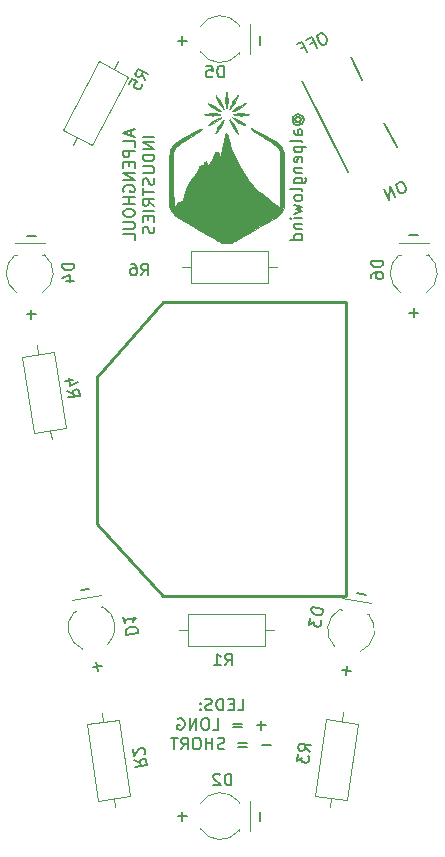
<source format=gbr>
%TF.GenerationSoftware,KiCad,Pcbnew,(5.1.8)-1*%
%TF.CreationDate,2021-10-08T14:09:10-07:00*%
%TF.ProjectId,Halloween,48616c6c-6f77-4656-956e-2e6b69636164,rev?*%
%TF.SameCoordinates,Original*%
%TF.FileFunction,Legend,Bot*%
%TF.FilePolarity,Positive*%
%FSLAX46Y46*%
G04 Gerber Fmt 4.6, Leading zero omitted, Abs format (unit mm)*
G04 Created by KiCad (PCBNEW (5.1.8)-1) date 2021-10-08 14:09:10*
%MOMM*%
%LPD*%
G01*
G04 APERTURE LIST*
%ADD10C,0.150000*%
%ADD11C,0.120000*%
%ADD12C,0.010000*%
%ADD13C,0.254000*%
G04 APERTURE END LIST*
D10*
X173331190Y-56293333D02*
X173283571Y-56245714D01*
X173235952Y-56150476D01*
X173235952Y-56055238D01*
X173283571Y-55960000D01*
X173331190Y-55912380D01*
X173426428Y-55864761D01*
X173521666Y-55864761D01*
X173616904Y-55912380D01*
X173664523Y-55960000D01*
X173712142Y-56055238D01*
X173712142Y-56150476D01*
X173664523Y-56245714D01*
X173616904Y-56293333D01*
X173235952Y-56293333D02*
X173616904Y-56293333D01*
X173664523Y-56340952D01*
X173664523Y-56388571D01*
X173616904Y-56483809D01*
X173521666Y-56531428D01*
X173283571Y-56531428D01*
X173140714Y-56436190D01*
X173045476Y-56293333D01*
X172997857Y-56102857D01*
X173045476Y-55912380D01*
X173140714Y-55769523D01*
X173283571Y-55674285D01*
X173474047Y-55626666D01*
X173664523Y-55674285D01*
X173807380Y-55769523D01*
X173902619Y-55912380D01*
X173950238Y-56102857D01*
X173902619Y-56293333D01*
X173807380Y-56436190D01*
X173807380Y-57388571D02*
X173283571Y-57388571D01*
X173188333Y-57340952D01*
X173140714Y-57245714D01*
X173140714Y-57055238D01*
X173188333Y-56960000D01*
X173759761Y-57388571D02*
X173807380Y-57293333D01*
X173807380Y-57055238D01*
X173759761Y-56960000D01*
X173664523Y-56912380D01*
X173569285Y-56912380D01*
X173474047Y-56960000D01*
X173426428Y-57055238D01*
X173426428Y-57293333D01*
X173378809Y-57388571D01*
X173807380Y-58007619D02*
X173759761Y-57912380D01*
X173664523Y-57864761D01*
X172807380Y-57864761D01*
X173140714Y-58388571D02*
X174140714Y-58388571D01*
X173188333Y-58388571D02*
X173140714Y-58483809D01*
X173140714Y-58674285D01*
X173188333Y-58769523D01*
X173235952Y-58817142D01*
X173331190Y-58864761D01*
X173616904Y-58864761D01*
X173712142Y-58817142D01*
X173759761Y-58769523D01*
X173807380Y-58674285D01*
X173807380Y-58483809D01*
X173759761Y-58388571D01*
X173759761Y-59674285D02*
X173807380Y-59579047D01*
X173807380Y-59388571D01*
X173759761Y-59293333D01*
X173664523Y-59245714D01*
X173283571Y-59245714D01*
X173188333Y-59293333D01*
X173140714Y-59388571D01*
X173140714Y-59579047D01*
X173188333Y-59674285D01*
X173283571Y-59721904D01*
X173378809Y-59721904D01*
X173474047Y-59245714D01*
X173140714Y-60150476D02*
X173807380Y-60150476D01*
X173235952Y-60150476D02*
X173188333Y-60198095D01*
X173140714Y-60293333D01*
X173140714Y-60436190D01*
X173188333Y-60531428D01*
X173283571Y-60579047D01*
X173807380Y-60579047D01*
X173140714Y-61483809D02*
X173950238Y-61483809D01*
X174045476Y-61436190D01*
X174093095Y-61388571D01*
X174140714Y-61293333D01*
X174140714Y-61150476D01*
X174093095Y-61055238D01*
X173759761Y-61483809D02*
X173807380Y-61388571D01*
X173807380Y-61198095D01*
X173759761Y-61102857D01*
X173712142Y-61055238D01*
X173616904Y-61007619D01*
X173331190Y-61007619D01*
X173235952Y-61055238D01*
X173188333Y-61102857D01*
X173140714Y-61198095D01*
X173140714Y-61388571D01*
X173188333Y-61483809D01*
X173807380Y-62102857D02*
X173759761Y-62007619D01*
X173664523Y-61960000D01*
X172807380Y-61960000D01*
X173807380Y-62626666D02*
X173759761Y-62531428D01*
X173712142Y-62483809D01*
X173616904Y-62436190D01*
X173331190Y-62436190D01*
X173235952Y-62483809D01*
X173188333Y-62531428D01*
X173140714Y-62626666D01*
X173140714Y-62769523D01*
X173188333Y-62864761D01*
X173235952Y-62912380D01*
X173331190Y-62960000D01*
X173616904Y-62960000D01*
X173712142Y-62912380D01*
X173759761Y-62864761D01*
X173807380Y-62769523D01*
X173807380Y-62626666D01*
X173140714Y-63293333D02*
X173807380Y-63483809D01*
X173331190Y-63674285D01*
X173807380Y-63864761D01*
X173140714Y-64055238D01*
X173807380Y-64436190D02*
X173140714Y-64436190D01*
X172807380Y-64436190D02*
X172855000Y-64388571D01*
X172902619Y-64436190D01*
X172855000Y-64483809D01*
X172807380Y-64436190D01*
X172902619Y-64436190D01*
X173140714Y-64912380D02*
X173807380Y-64912380D01*
X173235952Y-64912380D02*
X173188333Y-64960000D01*
X173140714Y-65055238D01*
X173140714Y-65198095D01*
X173188333Y-65293333D01*
X173283571Y-65340952D01*
X173807380Y-65340952D01*
X173807380Y-66245714D02*
X172807380Y-66245714D01*
X173759761Y-66245714D02*
X173807380Y-66150476D01*
X173807380Y-65960000D01*
X173759761Y-65864761D01*
X173712142Y-65817142D01*
X173616904Y-65769523D01*
X173331190Y-65769523D01*
X173235952Y-65817142D01*
X173188333Y-65864761D01*
X173140714Y-65960000D01*
X173140714Y-66150476D01*
X173188333Y-66245714D01*
X168362142Y-106117380D02*
X168838333Y-106117380D01*
X168838333Y-105117380D01*
X168028809Y-105593571D02*
X167695476Y-105593571D01*
X167552619Y-106117380D02*
X168028809Y-106117380D01*
X168028809Y-105117380D01*
X167552619Y-105117380D01*
X167124047Y-106117380D02*
X167124047Y-105117380D01*
X166885952Y-105117380D01*
X166743095Y-105165000D01*
X166647857Y-105260238D01*
X166600238Y-105355476D01*
X166552619Y-105545952D01*
X166552619Y-105688809D01*
X166600238Y-105879285D01*
X166647857Y-105974523D01*
X166743095Y-106069761D01*
X166885952Y-106117380D01*
X167124047Y-106117380D01*
X166171666Y-106069761D02*
X166028809Y-106117380D01*
X165790714Y-106117380D01*
X165695476Y-106069761D01*
X165647857Y-106022142D01*
X165600238Y-105926904D01*
X165600238Y-105831666D01*
X165647857Y-105736428D01*
X165695476Y-105688809D01*
X165790714Y-105641190D01*
X165981190Y-105593571D01*
X166076428Y-105545952D01*
X166124047Y-105498333D01*
X166171666Y-105403095D01*
X166171666Y-105307857D01*
X166124047Y-105212619D01*
X166076428Y-105165000D01*
X165981190Y-105117380D01*
X165743095Y-105117380D01*
X165600238Y-105165000D01*
X165171666Y-106022142D02*
X165124047Y-106069761D01*
X165171666Y-106117380D01*
X165219285Y-106069761D01*
X165171666Y-106022142D01*
X165171666Y-106117380D01*
X165171666Y-105498333D02*
X165124047Y-105545952D01*
X165171666Y-105593571D01*
X165219285Y-105545952D01*
X165171666Y-105498333D01*
X165171666Y-105593571D01*
X170719285Y-107386428D02*
X169957380Y-107386428D01*
X170338333Y-107767380D02*
X170338333Y-107005476D01*
X168719285Y-107243571D02*
X167957380Y-107243571D01*
X167957380Y-107529285D02*
X168719285Y-107529285D01*
X166243095Y-107767380D02*
X166719285Y-107767380D01*
X166719285Y-106767380D01*
X165719285Y-106767380D02*
X165528809Y-106767380D01*
X165433571Y-106815000D01*
X165338333Y-106910238D01*
X165290714Y-107100714D01*
X165290714Y-107434047D01*
X165338333Y-107624523D01*
X165433571Y-107719761D01*
X165528809Y-107767380D01*
X165719285Y-107767380D01*
X165814523Y-107719761D01*
X165909761Y-107624523D01*
X165957380Y-107434047D01*
X165957380Y-107100714D01*
X165909761Y-106910238D01*
X165814523Y-106815000D01*
X165719285Y-106767380D01*
X164862142Y-107767380D02*
X164862142Y-106767380D01*
X164290714Y-107767380D01*
X164290714Y-106767380D01*
X163290714Y-106815000D02*
X163385952Y-106767380D01*
X163528809Y-106767380D01*
X163671666Y-106815000D01*
X163766904Y-106910238D01*
X163814523Y-107005476D01*
X163862142Y-107195952D01*
X163862142Y-107338809D01*
X163814523Y-107529285D01*
X163766904Y-107624523D01*
X163671666Y-107719761D01*
X163528809Y-107767380D01*
X163433571Y-107767380D01*
X163290714Y-107719761D01*
X163243095Y-107672142D01*
X163243095Y-107338809D01*
X163433571Y-107338809D01*
X171171666Y-109036428D02*
X170409761Y-109036428D01*
X169171666Y-108893571D02*
X168409761Y-108893571D01*
X168409761Y-109179285D02*
X169171666Y-109179285D01*
X167219285Y-109369761D02*
X167076428Y-109417380D01*
X166838333Y-109417380D01*
X166743095Y-109369761D01*
X166695476Y-109322142D01*
X166647857Y-109226904D01*
X166647857Y-109131666D01*
X166695476Y-109036428D01*
X166743095Y-108988809D01*
X166838333Y-108941190D01*
X167028809Y-108893571D01*
X167124047Y-108845952D01*
X167171666Y-108798333D01*
X167219285Y-108703095D01*
X167219285Y-108607857D01*
X167171666Y-108512619D01*
X167124047Y-108465000D01*
X167028809Y-108417380D01*
X166790714Y-108417380D01*
X166647857Y-108465000D01*
X166219285Y-109417380D02*
X166219285Y-108417380D01*
X166219285Y-108893571D02*
X165647857Y-108893571D01*
X165647857Y-109417380D02*
X165647857Y-108417380D01*
X164981190Y-108417380D02*
X164790714Y-108417380D01*
X164695476Y-108465000D01*
X164600238Y-108560238D01*
X164552619Y-108750714D01*
X164552619Y-109084047D01*
X164600238Y-109274523D01*
X164695476Y-109369761D01*
X164790714Y-109417380D01*
X164981190Y-109417380D01*
X165076428Y-109369761D01*
X165171666Y-109274523D01*
X165219285Y-109084047D01*
X165219285Y-108750714D01*
X165171666Y-108560238D01*
X165076428Y-108465000D01*
X164981190Y-108417380D01*
X163552619Y-109417380D02*
X163885952Y-108941190D01*
X164124047Y-109417380D02*
X164124047Y-108417380D01*
X163743095Y-108417380D01*
X163647857Y-108465000D01*
X163600238Y-108512619D01*
X163552619Y-108607857D01*
X163552619Y-108750714D01*
X163600238Y-108845952D01*
X163647857Y-108893571D01*
X163743095Y-108941190D01*
X164124047Y-108941190D01*
X163266904Y-108417380D02*
X162695476Y-108417380D01*
X162981190Y-109417380D02*
X162981190Y-108417380D01*
X182066613Y-61345067D02*
X181893983Y-61425566D01*
X181827793Y-61508973D01*
X181781727Y-61635537D01*
X181819068Y-61828292D01*
X181959941Y-62130395D01*
X182083597Y-62282900D01*
X182210162Y-62328966D01*
X182316602Y-62331874D01*
X182489232Y-62251375D01*
X182555422Y-62167968D01*
X182601488Y-62041404D01*
X182564146Y-61848649D01*
X182423274Y-61546546D01*
X182299617Y-61394041D01*
X182173053Y-61347975D01*
X182066613Y-61345067D01*
X181712396Y-62613619D02*
X181289778Y-61707311D01*
X181194506Y-62855115D01*
X180771888Y-61948808D01*
X175383716Y-48758195D02*
X175211086Y-48838693D01*
X175144896Y-48922100D01*
X175098830Y-49048664D01*
X175136171Y-49241419D01*
X175277044Y-49543522D01*
X175400700Y-49696027D01*
X175527264Y-49742093D01*
X175633704Y-49745001D01*
X175806334Y-49664502D01*
X175872525Y-49581095D01*
X175918590Y-49454531D01*
X175881249Y-49261776D01*
X175740376Y-48959674D01*
X175616720Y-48807168D01*
X175490156Y-48761103D01*
X175383716Y-48758195D01*
X174506025Y-49692887D02*
X174808128Y-49552014D01*
X175029499Y-50026747D02*
X174606881Y-49120439D01*
X174175306Y-49321686D01*
X173729190Y-50055131D02*
X174031292Y-49914258D01*
X174252664Y-50388991D02*
X173830045Y-49482683D01*
X173398470Y-49683930D01*
X163649428Y-114681047D02*
X163649428Y-115442952D01*
X164030380Y-115062000D02*
X163268476Y-115062000D01*
X170249428Y-114681047D02*
X170249428Y-115442952D01*
X156084797Y-102435416D02*
X156837322Y-102316228D01*
X156401466Y-101999560D02*
X156520654Y-102752085D01*
X155052329Y-95916672D02*
X155804854Y-95797484D01*
X177191006Y-102664564D02*
X177938912Y-102809942D01*
X177637648Y-102363300D02*
X177492270Y-103111206D01*
X178450346Y-96185824D02*
X179198252Y-96331202D01*
X163649428Y-49022047D02*
X163649428Y-49783952D01*
X164030380Y-49403000D02*
X163268476Y-49403000D01*
X170249428Y-49022047D02*
X170249428Y-49783952D01*
X150495047Y-72570571D02*
X151256952Y-72570571D01*
X150876000Y-72189619D02*
X150876000Y-72951523D01*
X150495047Y-65970571D02*
X151256952Y-65970571D01*
X182880047Y-72443571D02*
X183641952Y-72443571D01*
X183261000Y-72062619D02*
X183261000Y-72824523D01*
X182880047Y-65843571D02*
X183641952Y-65843571D01*
X159361666Y-56999761D02*
X159361666Y-57475952D01*
X159647380Y-56904523D02*
X158647380Y-57237857D01*
X159647380Y-57571190D01*
X159647380Y-58380714D02*
X159647380Y-57904523D01*
X158647380Y-57904523D01*
X159647380Y-58714047D02*
X158647380Y-58714047D01*
X158647380Y-59095000D01*
X158695000Y-59190238D01*
X158742619Y-59237857D01*
X158837857Y-59285476D01*
X158980714Y-59285476D01*
X159075952Y-59237857D01*
X159123571Y-59190238D01*
X159171190Y-59095000D01*
X159171190Y-58714047D01*
X159123571Y-59714047D02*
X159123571Y-60047380D01*
X159647380Y-60190238D02*
X159647380Y-59714047D01*
X158647380Y-59714047D01*
X158647380Y-60190238D01*
X159647380Y-60618809D02*
X158647380Y-60618809D01*
X159647380Y-61190238D01*
X158647380Y-61190238D01*
X158695000Y-62190238D02*
X158647380Y-62095000D01*
X158647380Y-61952142D01*
X158695000Y-61809285D01*
X158790238Y-61714047D01*
X158885476Y-61666428D01*
X159075952Y-61618809D01*
X159218809Y-61618809D01*
X159409285Y-61666428D01*
X159504523Y-61714047D01*
X159599761Y-61809285D01*
X159647380Y-61952142D01*
X159647380Y-62047380D01*
X159599761Y-62190238D01*
X159552142Y-62237857D01*
X159218809Y-62237857D01*
X159218809Y-62047380D01*
X159647380Y-62666428D02*
X158647380Y-62666428D01*
X159123571Y-62666428D02*
X159123571Y-63237857D01*
X159647380Y-63237857D02*
X158647380Y-63237857D01*
X158647380Y-63904523D02*
X158647380Y-64095000D01*
X158695000Y-64190238D01*
X158790238Y-64285476D01*
X158980714Y-64333095D01*
X159314047Y-64333095D01*
X159504523Y-64285476D01*
X159599761Y-64190238D01*
X159647380Y-64095000D01*
X159647380Y-63904523D01*
X159599761Y-63809285D01*
X159504523Y-63714047D01*
X159314047Y-63666428D01*
X158980714Y-63666428D01*
X158790238Y-63714047D01*
X158695000Y-63809285D01*
X158647380Y-63904523D01*
X158647380Y-64761666D02*
X159456904Y-64761666D01*
X159552142Y-64809285D01*
X159599761Y-64856904D01*
X159647380Y-64952142D01*
X159647380Y-65142619D01*
X159599761Y-65237857D01*
X159552142Y-65285476D01*
X159456904Y-65333095D01*
X158647380Y-65333095D01*
X159647380Y-66285476D02*
X159647380Y-65809285D01*
X158647380Y-65809285D01*
X161297380Y-57523571D02*
X160297380Y-57523571D01*
X161297380Y-57999761D02*
X160297380Y-57999761D01*
X161297380Y-58571190D01*
X160297380Y-58571190D01*
X161297380Y-59047380D02*
X160297380Y-59047380D01*
X160297380Y-59285476D01*
X160345000Y-59428333D01*
X160440238Y-59523571D01*
X160535476Y-59571190D01*
X160725952Y-59618809D01*
X160868809Y-59618809D01*
X161059285Y-59571190D01*
X161154523Y-59523571D01*
X161249761Y-59428333D01*
X161297380Y-59285476D01*
X161297380Y-59047380D01*
X160297380Y-60047380D02*
X161106904Y-60047380D01*
X161202142Y-60095000D01*
X161249761Y-60142619D01*
X161297380Y-60237857D01*
X161297380Y-60428333D01*
X161249761Y-60523571D01*
X161202142Y-60571190D01*
X161106904Y-60618809D01*
X160297380Y-60618809D01*
X161249761Y-61047380D02*
X161297380Y-61190238D01*
X161297380Y-61428333D01*
X161249761Y-61523571D01*
X161202142Y-61571190D01*
X161106904Y-61618809D01*
X161011666Y-61618809D01*
X160916428Y-61571190D01*
X160868809Y-61523571D01*
X160821190Y-61428333D01*
X160773571Y-61237857D01*
X160725952Y-61142619D01*
X160678333Y-61095000D01*
X160583095Y-61047380D01*
X160487857Y-61047380D01*
X160392619Y-61095000D01*
X160345000Y-61142619D01*
X160297380Y-61237857D01*
X160297380Y-61475952D01*
X160345000Y-61618809D01*
X160297380Y-61904523D02*
X160297380Y-62475952D01*
X161297380Y-62190238D02*
X160297380Y-62190238D01*
X161297380Y-63380714D02*
X160821190Y-63047380D01*
X161297380Y-62809285D02*
X160297380Y-62809285D01*
X160297380Y-63190238D01*
X160345000Y-63285476D01*
X160392619Y-63333095D01*
X160487857Y-63380714D01*
X160630714Y-63380714D01*
X160725952Y-63333095D01*
X160773571Y-63285476D01*
X160821190Y-63190238D01*
X160821190Y-62809285D01*
X161297380Y-63809285D02*
X160297380Y-63809285D01*
X160773571Y-64285476D02*
X160773571Y-64618809D01*
X161297380Y-64761666D02*
X161297380Y-64285476D01*
X160297380Y-64285476D01*
X160297380Y-64761666D01*
X161249761Y-65142619D02*
X161297380Y-65285476D01*
X161297380Y-65523571D01*
X161249761Y-65618809D01*
X161202142Y-65666428D01*
X161106904Y-65714047D01*
X161011666Y-65714047D01*
X160916428Y-65666428D01*
X160868809Y-65618809D01*
X160821190Y-65523571D01*
X160773571Y-65333095D01*
X160725952Y-65237857D01*
X160678333Y-65190238D01*
X160583095Y-65142619D01*
X160487857Y-65142619D01*
X160392619Y-65190238D01*
X160345000Y-65237857D01*
X160297380Y-65333095D01*
X160297380Y-65571190D01*
X160345000Y-65714047D01*
D11*
%TO.C,R6*%
X164370000Y-69950000D02*
X164370000Y-67210000D01*
X164370000Y-67210000D02*
X170910000Y-67210000D01*
X170910000Y-67210000D02*
X170910000Y-69950000D01*
X170910000Y-69950000D02*
X164370000Y-69950000D01*
X163600000Y-68580000D02*
X164370000Y-68580000D01*
X171680000Y-68580000D02*
X170910000Y-68580000D01*
D12*
%TO.C,G\u002A\u002A\u002A*%
G36*
X169482472Y-56854339D02*
G01*
X169482465Y-56856312D01*
X169508661Y-56887412D01*
X169581153Y-56947467D01*
X169692611Y-57031424D01*
X169835709Y-57134229D01*
X170003116Y-57250827D01*
X170187505Y-57376165D01*
X170381546Y-57505189D01*
X170577912Y-57632844D01*
X170769273Y-57754077D01*
X170909222Y-57840247D01*
X171151428Y-57989308D01*
X171344963Y-58114209D01*
X171497067Y-58220896D01*
X171614977Y-58315316D01*
X171705933Y-58403414D01*
X171777173Y-58491137D01*
X171835935Y-58584432D01*
X171852673Y-58615269D01*
X171942125Y-58785125D01*
X171940162Y-61055250D01*
X171939521Y-61431454D01*
X171938297Y-61790659D01*
X171936548Y-62127570D01*
X171934328Y-62436890D01*
X171931694Y-62713326D01*
X171928703Y-62951581D01*
X171925411Y-63146360D01*
X171921872Y-63292369D01*
X171918145Y-63384310D01*
X171915137Y-63415108D01*
X171892076Y-63504841D01*
X171774226Y-63435389D01*
X171641382Y-63349388D01*
X171474748Y-63229739D01*
X171286777Y-63086309D01*
X171089924Y-62928968D01*
X170896641Y-62767584D01*
X170719381Y-62612026D01*
X170624500Y-62524269D01*
X170479447Y-62389632D01*
X170368875Y-62294822D01*
X170283950Y-62233234D01*
X170215836Y-62198261D01*
X170171719Y-62185755D01*
X170106753Y-62166172D01*
X170042741Y-62126838D01*
X169967712Y-62058040D01*
X169869694Y-61950066D01*
X169842867Y-61918934D01*
X169355407Y-61305119D01*
X168904084Y-60646543D01*
X168495940Y-59954889D01*
X168138019Y-59241840D01*
X167915316Y-58721625D01*
X167831160Y-58501341D01*
X167747206Y-58266608D01*
X167667942Y-58031302D01*
X167597858Y-57809296D01*
X167541444Y-57614464D01*
X167503188Y-57460680D01*
X167496314Y-57426714D01*
X167466990Y-57338813D01*
X167422468Y-57272341D01*
X167374382Y-57237760D01*
X167334365Y-57245529D01*
X167320880Y-57268966D01*
X167309910Y-57312938D01*
X167287838Y-57411085D01*
X167256386Y-57555394D01*
X167217281Y-57737848D01*
X167172245Y-57950433D01*
X167123004Y-58185135D01*
X167099318Y-58298786D01*
X167049128Y-58537252D01*
X167002378Y-58753907D01*
X166960743Y-58941415D01*
X166925896Y-59092442D01*
X166899513Y-59199651D01*
X166883266Y-59255709D01*
X166879425Y-59262241D01*
X166860519Y-59229281D01*
X166827143Y-59152722D01*
X166786315Y-59048722D01*
X166783848Y-59042142D01*
X166739408Y-58930816D01*
X166703946Y-58867405D01*
X166667758Y-58839135D01*
X166625098Y-58833183D01*
X166532445Y-58838667D01*
X166466932Y-58861430D01*
X166417123Y-58912715D01*
X166371583Y-59003765D01*
X166325098Y-59128147D01*
X166286020Y-59222155D01*
X166227296Y-59343247D01*
X166155454Y-59480080D01*
X166077020Y-59621310D01*
X165998518Y-59755596D01*
X165926475Y-59871593D01*
X165867417Y-59957959D01*
X165827870Y-60003352D01*
X165819186Y-60007500D01*
X165802349Y-59980257D01*
X165771065Y-59909092D01*
X165735000Y-59817000D01*
X165695048Y-59718976D01*
X165660730Y-59650217D01*
X165640800Y-59626500D01*
X165595918Y-59653117D01*
X165544124Y-59719800D01*
X165499812Y-59806794D01*
X165490456Y-59832875D01*
X165465391Y-59889712D01*
X165424127Y-59923344D01*
X165348015Y-59945056D01*
X165287875Y-59955478D01*
X165188196Y-59976879D01*
X165115768Y-60002660D01*
X165093105Y-60018978D01*
X165073345Y-60063061D01*
X165038687Y-60152285D01*
X164994814Y-60271719D01*
X164966105Y-60352601D01*
X164906361Y-60510858D01*
X164847080Y-60632313D01*
X164773769Y-60741878D01*
X164671937Y-60864462D01*
X164661329Y-60876476D01*
X164528788Y-61030001D01*
X164414705Y-61173016D01*
X164315293Y-61313583D01*
X164226767Y-61459769D01*
X164145339Y-61619637D01*
X164067224Y-61801251D01*
X163988635Y-62012678D01*
X163905785Y-62261981D01*
X163814890Y-62557224D01*
X163718482Y-62884697D01*
X163684979Y-62914555D01*
X163610017Y-62953074D01*
X163546969Y-62978230D01*
X163439685Y-63027961D01*
X163339266Y-63102442D01*
X163227465Y-63215606D01*
X163208968Y-63236345D01*
X163125076Y-63327850D01*
X163055509Y-63397383D01*
X163011734Y-63433709D01*
X163004701Y-63436500D01*
X162987571Y-63426515D01*
X162972529Y-63394093D01*
X162959422Y-63335532D01*
X162948099Y-63247131D01*
X162938407Y-63125188D01*
X162930192Y-62966001D01*
X162923302Y-62765870D01*
X162917584Y-62521093D01*
X162912886Y-62227968D01*
X162909055Y-61882794D01*
X162905938Y-61481869D01*
X162903382Y-61021492D01*
X162903167Y-60975415D01*
X162893375Y-58847705D01*
X162994703Y-58641790D01*
X163062290Y-58520945D01*
X163138604Y-58408926D01*
X163201078Y-58336317D01*
X163259528Y-58290070D01*
X163362683Y-58217863D01*
X163500680Y-58126209D01*
X163663657Y-58021624D01*
X163841751Y-57910622D01*
X163893500Y-57878963D01*
X164073481Y-57767147D01*
X164264788Y-57644485D01*
X164460063Y-57516087D01*
X164651948Y-57387060D01*
X164833084Y-57262514D01*
X164996113Y-57147558D01*
X165133676Y-57047299D01*
X165238416Y-56966848D01*
X165302972Y-56911312D01*
X165320758Y-56888062D01*
X165298087Y-56864902D01*
X165290833Y-56864250D01*
X165241205Y-56878836D01*
X165144129Y-56919832D01*
X165007820Y-56983091D01*
X164840494Y-57064465D01*
X164650369Y-57159808D01*
X164445660Y-57264972D01*
X164234584Y-57375812D01*
X164025356Y-57488181D01*
X163826193Y-57597931D01*
X163732988Y-57650508D01*
X163503091Y-57783309D01*
X163321864Y-57892814D01*
X163181306Y-57984377D01*
X163073419Y-58063349D01*
X162990201Y-58135084D01*
X162953099Y-58172277D01*
X162774775Y-58405574D01*
X162653250Y-58666977D01*
X162594475Y-58916231D01*
X162588203Y-58991415D01*
X162582197Y-59122000D01*
X162576502Y-59301356D01*
X162571164Y-59522857D01*
X162566227Y-59779874D01*
X162561737Y-60065779D01*
X162557738Y-60373945D01*
X162554275Y-60697744D01*
X162551393Y-61030548D01*
X162549138Y-61365729D01*
X162547554Y-61696659D01*
X162546686Y-62016711D01*
X162546580Y-62319256D01*
X162547280Y-62597667D01*
X162548831Y-62845316D01*
X162551278Y-63055575D01*
X162554666Y-63221816D01*
X162559041Y-63337412D01*
X162564081Y-63393910D01*
X162639670Y-63643340D01*
X162767122Y-63884879D01*
X162935855Y-64099133D01*
X162965072Y-64128701D01*
X163012112Y-64171405D01*
X163073066Y-64219959D01*
X163152072Y-64276917D01*
X163253269Y-64344834D01*
X163380794Y-64426263D01*
X163538785Y-64523758D01*
X163731380Y-64639873D01*
X163962717Y-64777164D01*
X164236935Y-64938182D01*
X164558170Y-65125484D01*
X164923759Y-65337681D01*
X165236323Y-65518492D01*
X165536829Y-65691719D01*
X165820079Y-65854402D01*
X166080876Y-66003587D01*
X166314022Y-66136314D01*
X166514318Y-66249628D01*
X166676567Y-66340571D01*
X166795571Y-66406185D01*
X166866133Y-66443514D01*
X166875223Y-66447909D01*
X167036833Y-66500902D01*
X167236545Y-66534119D01*
X167451804Y-66546563D01*
X167660053Y-66537239D01*
X167838736Y-66505150D01*
X167879524Y-66492262D01*
X167937666Y-66465439D01*
X168044760Y-66409749D01*
X168194980Y-66328447D01*
X168382500Y-66224784D01*
X168601494Y-66102014D01*
X168846134Y-65963387D01*
X169110596Y-65812158D01*
X169389053Y-65651579D01*
X169482899Y-65597161D01*
X169908140Y-65350283D01*
X170282137Y-65132967D01*
X170608468Y-64942728D01*
X170890706Y-64777076D01*
X171132427Y-64633524D01*
X171337207Y-64509585D01*
X171508621Y-64402770D01*
X171650243Y-64310592D01*
X171765649Y-64230564D01*
X171858415Y-64160198D01*
X171932115Y-64097005D01*
X171990325Y-64038499D01*
X172036620Y-63982192D01*
X172074576Y-63925595D01*
X172107766Y-63866222D01*
X172139768Y-63801584D01*
X172174155Y-63729195D01*
X172177473Y-63722250D01*
X172291375Y-63484125D01*
X172287320Y-61214000D01*
X172286436Y-60775600D01*
X172285381Y-60395988D01*
X172284041Y-60070453D01*
X172282300Y-59794283D01*
X172280044Y-59562766D01*
X172277156Y-59371192D01*
X172273521Y-59214847D01*
X172269024Y-59089020D01*
X172263550Y-58989000D01*
X172256983Y-58910076D01*
X172249207Y-58847535D01*
X172240108Y-58796665D01*
X172229570Y-58752756D01*
X172226805Y-58742696D01*
X172143066Y-58525699D01*
X172021031Y-58316258D01*
X171874845Y-58136645D01*
X171795706Y-58063833D01*
X171744997Y-58030087D01*
X171647767Y-57972247D01*
X171511389Y-57894283D01*
X171343237Y-57800160D01*
X171150685Y-57693845D01*
X170941108Y-57579305D01*
X170721880Y-57460508D01*
X170500374Y-57341421D01*
X170283965Y-57226010D01*
X170080027Y-57118242D01*
X169895933Y-57022085D01*
X169739059Y-56941506D01*
X169616778Y-56880471D01*
X169536464Y-56842947D01*
X169506842Y-56832499D01*
X169482472Y-56854339D01*
G37*
X169482472Y-56854339D02*
X169482465Y-56856312D01*
X169508661Y-56887412D01*
X169581153Y-56947467D01*
X169692611Y-57031424D01*
X169835709Y-57134229D01*
X170003116Y-57250827D01*
X170187505Y-57376165D01*
X170381546Y-57505189D01*
X170577912Y-57632844D01*
X170769273Y-57754077D01*
X170909222Y-57840247D01*
X171151428Y-57989308D01*
X171344963Y-58114209D01*
X171497067Y-58220896D01*
X171614977Y-58315316D01*
X171705933Y-58403414D01*
X171777173Y-58491137D01*
X171835935Y-58584432D01*
X171852673Y-58615269D01*
X171942125Y-58785125D01*
X171940162Y-61055250D01*
X171939521Y-61431454D01*
X171938297Y-61790659D01*
X171936548Y-62127570D01*
X171934328Y-62436890D01*
X171931694Y-62713326D01*
X171928703Y-62951581D01*
X171925411Y-63146360D01*
X171921872Y-63292369D01*
X171918145Y-63384310D01*
X171915137Y-63415108D01*
X171892076Y-63504841D01*
X171774226Y-63435389D01*
X171641382Y-63349388D01*
X171474748Y-63229739D01*
X171286777Y-63086309D01*
X171089924Y-62928968D01*
X170896641Y-62767584D01*
X170719381Y-62612026D01*
X170624500Y-62524269D01*
X170479447Y-62389632D01*
X170368875Y-62294822D01*
X170283950Y-62233234D01*
X170215836Y-62198261D01*
X170171719Y-62185755D01*
X170106753Y-62166172D01*
X170042741Y-62126838D01*
X169967712Y-62058040D01*
X169869694Y-61950066D01*
X169842867Y-61918934D01*
X169355407Y-61305119D01*
X168904084Y-60646543D01*
X168495940Y-59954889D01*
X168138019Y-59241840D01*
X167915316Y-58721625D01*
X167831160Y-58501341D01*
X167747206Y-58266608D01*
X167667942Y-58031302D01*
X167597858Y-57809296D01*
X167541444Y-57614464D01*
X167503188Y-57460680D01*
X167496314Y-57426714D01*
X167466990Y-57338813D01*
X167422468Y-57272341D01*
X167374382Y-57237760D01*
X167334365Y-57245529D01*
X167320880Y-57268966D01*
X167309910Y-57312938D01*
X167287838Y-57411085D01*
X167256386Y-57555394D01*
X167217281Y-57737848D01*
X167172245Y-57950433D01*
X167123004Y-58185135D01*
X167099318Y-58298786D01*
X167049128Y-58537252D01*
X167002378Y-58753907D01*
X166960743Y-58941415D01*
X166925896Y-59092442D01*
X166899513Y-59199651D01*
X166883266Y-59255709D01*
X166879425Y-59262241D01*
X166860519Y-59229281D01*
X166827143Y-59152722D01*
X166786315Y-59048722D01*
X166783848Y-59042142D01*
X166739408Y-58930816D01*
X166703946Y-58867405D01*
X166667758Y-58839135D01*
X166625098Y-58833183D01*
X166532445Y-58838667D01*
X166466932Y-58861430D01*
X166417123Y-58912715D01*
X166371583Y-59003765D01*
X166325098Y-59128147D01*
X166286020Y-59222155D01*
X166227296Y-59343247D01*
X166155454Y-59480080D01*
X166077020Y-59621310D01*
X165998518Y-59755596D01*
X165926475Y-59871593D01*
X165867417Y-59957959D01*
X165827870Y-60003352D01*
X165819186Y-60007500D01*
X165802349Y-59980257D01*
X165771065Y-59909092D01*
X165735000Y-59817000D01*
X165695048Y-59718976D01*
X165660730Y-59650217D01*
X165640800Y-59626500D01*
X165595918Y-59653117D01*
X165544124Y-59719800D01*
X165499812Y-59806794D01*
X165490456Y-59832875D01*
X165465391Y-59889712D01*
X165424127Y-59923344D01*
X165348015Y-59945056D01*
X165287875Y-59955478D01*
X165188196Y-59976879D01*
X165115768Y-60002660D01*
X165093105Y-60018978D01*
X165073345Y-60063061D01*
X165038687Y-60152285D01*
X164994814Y-60271719D01*
X164966105Y-60352601D01*
X164906361Y-60510858D01*
X164847080Y-60632313D01*
X164773769Y-60741878D01*
X164671937Y-60864462D01*
X164661329Y-60876476D01*
X164528788Y-61030001D01*
X164414705Y-61173016D01*
X164315293Y-61313583D01*
X164226767Y-61459769D01*
X164145339Y-61619637D01*
X164067224Y-61801251D01*
X163988635Y-62012678D01*
X163905785Y-62261981D01*
X163814890Y-62557224D01*
X163718482Y-62884697D01*
X163684979Y-62914555D01*
X163610017Y-62953074D01*
X163546969Y-62978230D01*
X163439685Y-63027961D01*
X163339266Y-63102442D01*
X163227465Y-63215606D01*
X163208968Y-63236345D01*
X163125076Y-63327850D01*
X163055509Y-63397383D01*
X163011734Y-63433709D01*
X163004701Y-63436500D01*
X162987571Y-63426515D01*
X162972529Y-63394093D01*
X162959422Y-63335532D01*
X162948099Y-63247131D01*
X162938407Y-63125188D01*
X162930192Y-62966001D01*
X162923302Y-62765870D01*
X162917584Y-62521093D01*
X162912886Y-62227968D01*
X162909055Y-61882794D01*
X162905938Y-61481869D01*
X162903382Y-61021492D01*
X162903167Y-60975415D01*
X162893375Y-58847705D01*
X162994703Y-58641790D01*
X163062290Y-58520945D01*
X163138604Y-58408926D01*
X163201078Y-58336317D01*
X163259528Y-58290070D01*
X163362683Y-58217863D01*
X163500680Y-58126209D01*
X163663657Y-58021624D01*
X163841751Y-57910622D01*
X163893500Y-57878963D01*
X164073481Y-57767147D01*
X164264788Y-57644485D01*
X164460063Y-57516087D01*
X164651948Y-57387060D01*
X164833084Y-57262514D01*
X164996113Y-57147558D01*
X165133676Y-57047299D01*
X165238416Y-56966848D01*
X165302972Y-56911312D01*
X165320758Y-56888062D01*
X165298087Y-56864902D01*
X165290833Y-56864250D01*
X165241205Y-56878836D01*
X165144129Y-56919832D01*
X165007820Y-56983091D01*
X164840494Y-57064465D01*
X164650369Y-57159808D01*
X164445660Y-57264972D01*
X164234584Y-57375812D01*
X164025356Y-57488181D01*
X163826193Y-57597931D01*
X163732988Y-57650508D01*
X163503091Y-57783309D01*
X163321864Y-57892814D01*
X163181306Y-57984377D01*
X163073419Y-58063349D01*
X162990201Y-58135084D01*
X162953099Y-58172277D01*
X162774775Y-58405574D01*
X162653250Y-58666977D01*
X162594475Y-58916231D01*
X162588203Y-58991415D01*
X162582197Y-59122000D01*
X162576502Y-59301356D01*
X162571164Y-59522857D01*
X162566227Y-59779874D01*
X162561737Y-60065779D01*
X162557738Y-60373945D01*
X162554275Y-60697744D01*
X162551393Y-61030548D01*
X162549138Y-61365729D01*
X162547554Y-61696659D01*
X162546686Y-62016711D01*
X162546580Y-62319256D01*
X162547280Y-62597667D01*
X162548831Y-62845316D01*
X162551278Y-63055575D01*
X162554666Y-63221816D01*
X162559041Y-63337412D01*
X162564081Y-63393910D01*
X162639670Y-63643340D01*
X162767122Y-63884879D01*
X162935855Y-64099133D01*
X162965072Y-64128701D01*
X163012112Y-64171405D01*
X163073066Y-64219959D01*
X163152072Y-64276917D01*
X163253269Y-64344834D01*
X163380794Y-64426263D01*
X163538785Y-64523758D01*
X163731380Y-64639873D01*
X163962717Y-64777164D01*
X164236935Y-64938182D01*
X164558170Y-65125484D01*
X164923759Y-65337681D01*
X165236323Y-65518492D01*
X165536829Y-65691719D01*
X165820079Y-65854402D01*
X166080876Y-66003587D01*
X166314022Y-66136314D01*
X166514318Y-66249628D01*
X166676567Y-66340571D01*
X166795571Y-66406185D01*
X166866133Y-66443514D01*
X166875223Y-66447909D01*
X167036833Y-66500902D01*
X167236545Y-66534119D01*
X167451804Y-66546563D01*
X167660053Y-66537239D01*
X167838736Y-66505150D01*
X167879524Y-66492262D01*
X167937666Y-66465439D01*
X168044760Y-66409749D01*
X168194980Y-66328447D01*
X168382500Y-66224784D01*
X168601494Y-66102014D01*
X168846134Y-65963387D01*
X169110596Y-65812158D01*
X169389053Y-65651579D01*
X169482899Y-65597161D01*
X169908140Y-65350283D01*
X170282137Y-65132967D01*
X170608468Y-64942728D01*
X170890706Y-64777076D01*
X171132427Y-64633524D01*
X171337207Y-64509585D01*
X171508621Y-64402770D01*
X171650243Y-64310592D01*
X171765649Y-64230564D01*
X171858415Y-64160198D01*
X171932115Y-64097005D01*
X171990325Y-64038499D01*
X172036620Y-63982192D01*
X172074576Y-63925595D01*
X172107766Y-63866222D01*
X172139768Y-63801584D01*
X172174155Y-63729195D01*
X172177473Y-63722250D01*
X172291375Y-63484125D01*
X172287320Y-61214000D01*
X172286436Y-60775600D01*
X172285381Y-60395988D01*
X172284041Y-60070453D01*
X172282300Y-59794283D01*
X172280044Y-59562766D01*
X172277156Y-59371192D01*
X172273521Y-59214847D01*
X172269024Y-59089020D01*
X172263550Y-58989000D01*
X172256983Y-58910076D01*
X172249207Y-58847535D01*
X172240108Y-58796665D01*
X172229570Y-58752756D01*
X172226805Y-58742696D01*
X172143066Y-58525699D01*
X172021031Y-58316258D01*
X171874845Y-58136645D01*
X171795706Y-58063833D01*
X171744997Y-58030087D01*
X171647767Y-57972247D01*
X171511389Y-57894283D01*
X171343237Y-57800160D01*
X171150685Y-57693845D01*
X170941108Y-57579305D01*
X170721880Y-57460508D01*
X170500374Y-57341421D01*
X170283965Y-57226010D01*
X170080027Y-57118242D01*
X169895933Y-57022085D01*
X169739059Y-56941506D01*
X169616778Y-56880471D01*
X169536464Y-56842947D01*
X169506842Y-56832499D01*
X169482472Y-56854339D01*
G36*
X167662320Y-56095737D02*
G01*
X167678457Y-56159090D01*
X167702833Y-56226381D01*
X167754695Y-56357098D01*
X167811223Y-56499713D01*
X167832997Y-56554687D01*
X167916808Y-56721377D01*
X168046831Y-56912424D01*
X168226362Y-57132596D01*
X168255758Y-57166155D01*
X168317541Y-57232051D01*
X168358732Y-57268150D01*
X168368929Y-57269700D01*
X168358366Y-57232415D01*
X168328744Y-57149399D01*
X168284883Y-57033761D01*
X168242522Y-56925920D01*
X168152291Y-56720879D01*
X168053926Y-56547709D01*
X167929510Y-56375540D01*
X167905846Y-56345845D01*
X167816705Y-56237438D01*
X167740556Y-56149060D01*
X167687034Y-56091646D01*
X167667782Y-56075569D01*
X167662320Y-56095737D01*
G37*
X167662320Y-56095737D02*
X167678457Y-56159090D01*
X167702833Y-56226381D01*
X167754695Y-56357098D01*
X167811223Y-56499713D01*
X167832997Y-56554687D01*
X167916808Y-56721377D01*
X168046831Y-56912424D01*
X168226362Y-57132596D01*
X168255758Y-57166155D01*
X168317541Y-57232051D01*
X168358732Y-57268150D01*
X168368929Y-57269700D01*
X168358366Y-57232415D01*
X168328744Y-57149399D01*
X168284883Y-57033761D01*
X168242522Y-56925920D01*
X168152291Y-56720879D01*
X168053926Y-56547709D01*
X167929510Y-56375540D01*
X167905846Y-56345845D01*
X167816705Y-56237438D01*
X167740556Y-56149060D01*
X167687034Y-56091646D01*
X167667782Y-56075569D01*
X167662320Y-56095737D01*
G36*
X167134127Y-56106814D02*
G01*
X167081449Y-56159268D01*
X167006520Y-56244628D01*
X166928232Y-56340560D01*
X166800106Y-56513100D01*
X166702916Y-56673754D01*
X166619590Y-56852204D01*
X166586575Y-56934548D01*
X166537429Y-57065369D01*
X166500075Y-57172759D01*
X166478729Y-57244054D01*
X166476036Y-57266619D01*
X166499629Y-57248641D01*
X166553719Y-57189881D01*
X166629980Y-57099806D01*
X166710070Y-57000566D01*
X166850222Y-56809710D01*
X166956725Y-56629062D01*
X167046299Y-56430159D01*
X167048761Y-56423961D01*
X167097476Y-56295694D01*
X167134226Y-56188696D01*
X167154391Y-56117053D01*
X167156384Y-56096025D01*
X167134127Y-56106814D01*
G37*
X167134127Y-56106814D02*
X167081449Y-56159268D01*
X167006520Y-56244628D01*
X166928232Y-56340560D01*
X166800106Y-56513100D01*
X166702916Y-56673754D01*
X166619590Y-56852204D01*
X166586575Y-56934548D01*
X166537429Y-57065369D01*
X166500075Y-57172759D01*
X166478729Y-57244054D01*
X166476036Y-57266619D01*
X166499629Y-57248641D01*
X166553719Y-57189881D01*
X166629980Y-57099806D01*
X166710070Y-57000566D01*
X166850222Y-56809710D01*
X166956725Y-56629062D01*
X167046299Y-56430159D01*
X167048761Y-56423961D01*
X167097476Y-56295694D01*
X167134226Y-56188696D01*
X167154391Y-56117053D01*
X167156384Y-56096025D01*
X167134127Y-56106814D01*
G36*
X167865244Y-55910182D02*
G01*
X167918717Y-55962651D01*
X168004871Y-56037569D01*
X168103078Y-56117513D01*
X168302641Y-56263365D01*
X168495117Y-56374996D01*
X168680107Y-56457993D01*
X168809635Y-56508617D01*
X168918769Y-56548490D01*
X168993135Y-56572513D01*
X169016218Y-56577209D01*
X169016730Y-56558602D01*
X168977093Y-56512651D01*
X168941750Y-56480308D01*
X168751500Y-56323949D01*
X168582695Y-56203660D01*
X168415763Y-56107036D01*
X168231132Y-56021672D01*
X168193895Y-56006295D01*
X168062906Y-55954825D01*
X167953315Y-55915174D01*
X167878561Y-55891999D01*
X167853292Y-55888277D01*
X167865244Y-55910182D01*
G37*
X167865244Y-55910182D02*
X167918717Y-55962651D01*
X168004871Y-56037569D01*
X168103078Y-56117513D01*
X168302641Y-56263365D01*
X168495117Y-56374996D01*
X168680107Y-56457993D01*
X168809635Y-56508617D01*
X168918769Y-56548490D01*
X168993135Y-56572513D01*
X169016218Y-56577209D01*
X169016730Y-56558602D01*
X168977093Y-56512651D01*
X168941750Y-56480308D01*
X168751500Y-56323949D01*
X168582695Y-56203660D01*
X168415763Y-56107036D01*
X168231132Y-56021672D01*
X168193895Y-56006295D01*
X168062906Y-55954825D01*
X167953315Y-55915174D01*
X167878561Y-55891999D01*
X167853292Y-55888277D01*
X167865244Y-55910182D01*
G36*
X166868407Y-55921340D02*
G01*
X166733511Y-55970179D01*
X166618935Y-56016236D01*
X166406213Y-56112832D01*
X166226289Y-56216717D01*
X166049295Y-56345441D01*
X166023604Y-56365995D01*
X165915156Y-56457314D01*
X165842834Y-56526187D01*
X165812098Y-56567010D01*
X165819139Y-56575873D01*
X165872618Y-56562981D01*
X165968486Y-56530462D01*
X166090867Y-56483928D01*
X166169170Y-56452134D01*
X166422383Y-56325385D01*
X166686214Y-56154189D01*
X166942242Y-55950569D01*
X166955259Y-55939087D01*
X166980947Y-55905412D01*
X166951441Y-55899623D01*
X166868407Y-55921340D01*
G37*
X166868407Y-55921340D02*
X166733511Y-55970179D01*
X166618935Y-56016236D01*
X166406213Y-56112832D01*
X166226289Y-56216717D01*
X166049295Y-56345441D01*
X166023604Y-56365995D01*
X165915156Y-56457314D01*
X165842834Y-56526187D01*
X165812098Y-56567010D01*
X165819139Y-56575873D01*
X165872618Y-56562981D01*
X165968486Y-56530462D01*
X166090867Y-56483928D01*
X166169170Y-56452134D01*
X166422383Y-56325385D01*
X166686214Y-56154189D01*
X166942242Y-55950569D01*
X166955259Y-55939087D01*
X166980947Y-55905412D01*
X166951441Y-55899623D01*
X166868407Y-55921340D01*
G36*
X168450164Y-55547127D02*
G01*
X168329583Y-55562000D01*
X168193086Y-55582291D01*
X168075020Y-55602807D01*
X167993584Y-55620262D01*
X167973736Y-55626243D01*
X167940776Y-55643693D01*
X167959010Y-55656940D01*
X168021000Y-55669525D01*
X168115706Y-55685694D01*
X168239482Y-55706860D01*
X168320519Y-55720732D01*
X168448350Y-55739476D01*
X168564075Y-55747375D01*
X168686352Y-55743917D01*
X168833839Y-55728590D01*
X169021125Y-55701513D01*
X169151072Y-55680781D01*
X169257791Y-55662644D01*
X169325210Y-55649883D01*
X169338625Y-55646576D01*
X169321946Y-55638091D01*
X169253255Y-55622760D01*
X169143403Y-55602720D01*
X169003241Y-55580112D01*
X168995972Y-55579004D01*
X168820812Y-55554188D01*
X168686065Y-55540976D01*
X168569820Y-55538809D01*
X168450164Y-55547127D01*
G37*
X168450164Y-55547127D02*
X168329583Y-55562000D01*
X168193086Y-55582291D01*
X168075020Y-55602807D01*
X167993584Y-55620262D01*
X167973736Y-55626243D01*
X167940776Y-55643693D01*
X167959010Y-55656940D01*
X168021000Y-55669525D01*
X168115706Y-55685694D01*
X168239482Y-55706860D01*
X168320519Y-55720732D01*
X168448350Y-55739476D01*
X168564075Y-55747375D01*
X168686352Y-55743917D01*
X168833839Y-55728590D01*
X169021125Y-55701513D01*
X169151072Y-55680781D01*
X169257791Y-55662644D01*
X169325210Y-55649883D01*
X169338625Y-55646576D01*
X169321946Y-55638091D01*
X169253255Y-55622760D01*
X169143403Y-55602720D01*
X169003241Y-55580112D01*
X168995972Y-55579004D01*
X168820812Y-55554188D01*
X168686065Y-55540976D01*
X168569820Y-55538809D01*
X168450164Y-55547127D01*
G36*
X166080126Y-55545592D02*
G01*
X165922206Y-55564463D01*
X165848016Y-55575292D01*
X165707405Y-55597195D01*
X165592099Y-55616602D01*
X165515271Y-55631203D01*
X165490059Y-55638107D01*
X165512983Y-55647712D01*
X165584847Y-55662647D01*
X165691523Y-55680867D01*
X165818881Y-55700325D01*
X165952793Y-55718974D01*
X166079129Y-55734768D01*
X166183760Y-55745660D01*
X166252557Y-55749603D01*
X166258875Y-55749470D01*
X166345689Y-55742195D01*
X166461813Y-55727938D01*
X166528750Y-55718109D01*
X166693629Y-55691853D01*
X166803780Y-55672898D01*
X166867252Y-55658982D01*
X166892095Y-55647847D01*
X166886358Y-55637230D01*
X166859211Y-55625299D01*
X166799254Y-55610209D01*
X166694314Y-55590981D01*
X166562486Y-55570775D01*
X166494086Y-55561542D01*
X166340701Y-55544671D01*
X166211170Y-55539174D01*
X166080126Y-55545592D01*
G37*
X166080126Y-55545592D02*
X165922206Y-55564463D01*
X165848016Y-55575292D01*
X165707405Y-55597195D01*
X165592099Y-55616602D01*
X165515271Y-55631203D01*
X165490059Y-55638107D01*
X165512983Y-55647712D01*
X165584847Y-55662647D01*
X165691523Y-55680867D01*
X165818881Y-55700325D01*
X165952793Y-55718974D01*
X166079129Y-55734768D01*
X166183760Y-55745660D01*
X166252557Y-55749603D01*
X166258875Y-55749470D01*
X166345689Y-55742195D01*
X166461813Y-55727938D01*
X166528750Y-55718109D01*
X166693629Y-55691853D01*
X166803780Y-55672898D01*
X166867252Y-55658982D01*
X166892095Y-55647847D01*
X166886358Y-55637230D01*
X166859211Y-55625299D01*
X166799254Y-55610209D01*
X166694314Y-55590981D01*
X166562486Y-55570775D01*
X166494086Y-55561542D01*
X166340701Y-55544671D01*
X166211170Y-55539174D01*
X166080126Y-55545592D01*
G36*
X169009791Y-54704281D02*
G01*
X168935917Y-54725918D01*
X168827008Y-54765074D01*
X168708836Y-54812050D01*
X168461138Y-54927654D01*
X168241263Y-55062227D01*
X168105586Y-55162468D01*
X167965614Y-55272675D01*
X167875593Y-55347760D01*
X167837038Y-55389633D01*
X167851463Y-55400206D01*
X167920386Y-55381389D01*
X168045322Y-55335093D01*
X168195625Y-55275985D01*
X168405131Y-55183629D01*
X168584081Y-55080863D01*
X168764869Y-54948949D01*
X168775063Y-54940833D01*
X168882876Y-54852237D01*
X168969143Y-54776669D01*
X169023470Y-54723529D01*
X169037000Y-54703994D01*
X169009791Y-54704281D01*
G37*
X169009791Y-54704281D02*
X168935917Y-54725918D01*
X168827008Y-54765074D01*
X168708836Y-54812050D01*
X168461138Y-54927654D01*
X168241263Y-55062227D01*
X168105586Y-55162468D01*
X167965614Y-55272675D01*
X167875593Y-55347760D01*
X167837038Y-55389633D01*
X167851463Y-55400206D01*
X167920386Y-55381389D01*
X168045322Y-55335093D01*
X168195625Y-55275985D01*
X168405131Y-55183629D01*
X168584081Y-55080863D01*
X168764869Y-54948949D01*
X168775063Y-54940833D01*
X168882876Y-54852237D01*
X168969143Y-54776669D01*
X169023470Y-54723529D01*
X169037000Y-54703994D01*
X169009791Y-54704281D01*
G36*
X165809020Y-54723133D02*
G01*
X165854937Y-54771765D01*
X165935746Y-54843619D01*
X166038250Y-54927003D01*
X166145430Y-55009072D01*
X166242140Y-55076611D01*
X166340546Y-55135980D01*
X166452812Y-55193535D01*
X166591107Y-55255632D01*
X166767595Y-55328631D01*
X166933563Y-55394840D01*
X166969337Y-55393493D01*
X166973183Y-55383334D01*
X166949713Y-55353538D01*
X166886372Y-55294502D01*
X166793672Y-55215636D01*
X166713642Y-55151057D01*
X166482659Y-54988280D01*
X166241930Y-54862336D01*
X166155054Y-54825619D01*
X166023777Y-54774694D01*
X165911005Y-54734439D01*
X165831903Y-54710081D01*
X165805883Y-54705250D01*
X165809020Y-54723133D01*
G37*
X165809020Y-54723133D02*
X165854937Y-54771765D01*
X165935746Y-54843619D01*
X166038250Y-54927003D01*
X166145430Y-55009072D01*
X166242140Y-55076611D01*
X166340546Y-55135980D01*
X166452812Y-55193535D01*
X166591107Y-55255632D01*
X166767595Y-55328631D01*
X166933563Y-55394840D01*
X166969337Y-55393493D01*
X166973183Y-55383334D01*
X166949713Y-55353538D01*
X166886372Y-55294502D01*
X166793672Y-55215636D01*
X166713642Y-55151057D01*
X166482659Y-54988280D01*
X166241930Y-54862336D01*
X166155054Y-54825619D01*
X166023777Y-54774694D01*
X165911005Y-54734439D01*
X165831903Y-54710081D01*
X165805883Y-54705250D01*
X165809020Y-54723133D01*
G36*
X168329185Y-54012010D02*
G01*
X168298485Y-54046660D01*
X168262081Y-54093818D01*
X168198030Y-54176653D01*
X168117568Y-54280635D01*
X168079174Y-54330231D01*
X167988322Y-54456850D01*
X167905385Y-54588638D01*
X167844756Y-54702253D01*
X167833111Y-54729200D01*
X167780801Y-54860972D01*
X167725184Y-55001057D01*
X167703964Y-55054500D01*
X167673352Y-55141842D01*
X167660945Y-55199502D01*
X167665433Y-55213250D01*
X167693553Y-55189622D01*
X167751225Y-55125507D01*
X167829692Y-55031059D01*
X167908905Y-54931021D01*
X168045479Y-54741769D01*
X168149735Y-54562532D01*
X168238786Y-54363456D01*
X168248776Y-54338069D01*
X168309430Y-54174489D01*
X168343145Y-54065061D01*
X168349778Y-54010622D01*
X168329185Y-54012010D01*
G37*
X168329185Y-54012010D02*
X168298485Y-54046660D01*
X168262081Y-54093818D01*
X168198030Y-54176653D01*
X168117568Y-54280635D01*
X168079174Y-54330231D01*
X167988322Y-54456850D01*
X167905385Y-54588638D01*
X167844756Y-54702253D01*
X167833111Y-54729200D01*
X167780801Y-54860972D01*
X167725184Y-55001057D01*
X167703964Y-55054500D01*
X167673352Y-55141842D01*
X167660945Y-55199502D01*
X167665433Y-55213250D01*
X167693553Y-55189622D01*
X167751225Y-55125507D01*
X167829692Y-55031059D01*
X167908905Y-54931021D01*
X168045479Y-54741769D01*
X168149735Y-54562532D01*
X168238786Y-54363456D01*
X168248776Y-54338069D01*
X168309430Y-54174489D01*
X168343145Y-54065061D01*
X168349778Y-54010622D01*
X168329185Y-54012010D01*
G36*
X166483024Y-54048669D02*
G01*
X166507532Y-54128526D01*
X166547483Y-54241961D01*
X166588978Y-54351508D01*
X166675323Y-54552637D01*
X166769277Y-54722557D01*
X166888865Y-54892699D01*
X166928335Y-54943318D01*
X167015949Y-55052704D01*
X167088279Y-55140803D01*
X167136850Y-55197434D01*
X167153001Y-55213250D01*
X167161989Y-55187948D01*
X167162141Y-55173562D01*
X167150107Y-55128582D01*
X167119033Y-55039751D01*
X167074255Y-54921854D01*
X167042351Y-54841637D01*
X166931162Y-54605843D01*
X166789970Y-54383228D01*
X166708443Y-54274926D01*
X166620564Y-54165925D01*
X166547179Y-54080169D01*
X166496722Y-54027177D01*
X166478126Y-54015041D01*
X166483024Y-54048669D01*
G37*
X166483024Y-54048669D02*
X166507532Y-54128526D01*
X166547483Y-54241961D01*
X166588978Y-54351508D01*
X166675323Y-54552637D01*
X166769277Y-54722557D01*
X166888865Y-54892699D01*
X166928335Y-54943318D01*
X167015949Y-55052704D01*
X167088279Y-55140803D01*
X167136850Y-55197434D01*
X167153001Y-55213250D01*
X167161989Y-55187948D01*
X167162141Y-55173562D01*
X167150107Y-55128582D01*
X167119033Y-55039751D01*
X167074255Y-54921854D01*
X167042351Y-54841637D01*
X166931162Y-54605843D01*
X166789970Y-54383228D01*
X166708443Y-54274926D01*
X166620564Y-54165925D01*
X166547179Y-54080169D01*
X166496722Y-54027177D01*
X166478126Y-54015041D01*
X166483024Y-54048669D01*
G36*
X167405312Y-53782085D02*
G01*
X167386919Y-53861614D01*
X167365160Y-53978624D01*
X167346028Y-54097812D01*
X167322975Y-54263426D01*
X167311588Y-54391068D01*
X167311654Y-54505144D01*
X167322962Y-54630064D01*
X167340315Y-54756624D01*
X167365371Y-54925922D01*
X167383304Y-55040832D01*
X167396161Y-55109802D01*
X167405994Y-55141278D01*
X167414850Y-55143708D01*
X167424781Y-55125538D01*
X167427995Y-55118000D01*
X167440501Y-55067415D01*
X167457863Y-54969956D01*
X167477355Y-54841792D01*
X167489161Y-54755178D01*
X167507710Y-54589969D01*
X167514250Y-54451613D01*
X167508562Y-54312714D01*
X167490427Y-54145877D01*
X167483892Y-54096365D01*
X167463489Y-53957717D01*
X167443799Y-53845855D01*
X167427285Y-53773557D01*
X167417698Y-53752749D01*
X167405312Y-53782085D01*
G37*
X167405312Y-53782085D02*
X167386919Y-53861614D01*
X167365160Y-53978624D01*
X167346028Y-54097812D01*
X167322975Y-54263426D01*
X167311588Y-54391068D01*
X167311654Y-54505144D01*
X167322962Y-54630064D01*
X167340315Y-54756624D01*
X167365371Y-54925922D01*
X167383304Y-55040832D01*
X167396161Y-55109802D01*
X167405994Y-55141278D01*
X167414850Y-55143708D01*
X167424781Y-55125538D01*
X167427995Y-55118000D01*
X167440501Y-55067415D01*
X167457863Y-54969956D01*
X167477355Y-54841792D01*
X167489161Y-54755178D01*
X167507710Y-54589969D01*
X167514250Y-54451613D01*
X167508562Y-54312714D01*
X167490427Y-54145877D01*
X167483892Y-54096365D01*
X167463489Y-53957717D01*
X167443799Y-53845855D01*
X167427285Y-53773557D01*
X167417698Y-53752749D01*
X167405312Y-53782085D01*
D11*
%TO.C,R5*%
X155983382Y-58227041D02*
X153564105Y-56940689D01*
X153564105Y-56940689D02*
X156634449Y-51166212D01*
X156634449Y-51166212D02*
X159053726Y-52452564D01*
X159053726Y-52452564D02*
X155983382Y-58227041D01*
X154412250Y-58263735D02*
X154773744Y-57583865D01*
X158205581Y-51129518D02*
X157844088Y-51809388D01*
%TO.C,R4*%
X153850987Y-82198969D02*
X151144721Y-82627599D01*
X151144721Y-82627599D02*
X150121639Y-76168118D01*
X150121639Y-76168118D02*
X152827905Y-75739487D01*
X152827905Y-75739487D02*
X153850987Y-82198969D01*
X152618308Y-83173804D02*
X152497854Y-82413284D01*
X151354318Y-75193282D02*
X151474772Y-75953802D01*
%TO.C,R3*%
X177630571Y-113714282D02*
X174917236Y-113332948D01*
X174917236Y-113332948D02*
X175827428Y-106856594D01*
X175827428Y-106856594D02*
X178540763Y-107237929D01*
X178540763Y-107237929D02*
X177630571Y-113714282D01*
X176166740Y-114286121D02*
X176273903Y-113523615D01*
X177291259Y-106284755D02*
X177184095Y-107047262D01*
%TO.C,R2*%
X155613236Y-107266052D02*
X158326571Y-106884718D01*
X158326571Y-106884718D02*
X159236763Y-113361071D01*
X159236763Y-113361071D02*
X156523428Y-113742406D01*
X156523428Y-113742406D02*
X155613236Y-107266052D01*
X156862740Y-106312879D02*
X156969903Y-107075385D01*
X157987259Y-114314245D02*
X157880095Y-113551738D01*
%TO.C,R1*%
X170656000Y-97944000D02*
X170656000Y-100684000D01*
X170656000Y-100684000D02*
X164116000Y-100684000D01*
X164116000Y-100684000D02*
X164116000Y-97944000D01*
X164116000Y-97944000D02*
X170656000Y-97944000D01*
X171426000Y-99314000D02*
X170656000Y-99314000D01*
X163346000Y-99314000D02*
X164116000Y-99314000D01*
D13*
%TO.C,BT1*%
X177546000Y-96393000D02*
X162052000Y-96393000D01*
X177546000Y-71501000D02*
X162052000Y-71501000D01*
X177546000Y-96393000D02*
X177546000Y-71501000D01*
X156464000Y-77851000D02*
X162052000Y-71501000D01*
X156464000Y-90297000D02*
X162052000Y-96393000D01*
X156464000Y-90297000D02*
X156464000Y-77851000D01*
D10*
%TO.C,SW1*%
X180776277Y-56367848D02*
X181820455Y-58417163D01*
X177916137Y-50754507D02*
X178914916Y-52714721D01*
X173817507Y-52842863D02*
X177721825Y-60505519D01*
D11*
%TO.C,D6*%
X182025000Y-67528000D02*
X182181000Y-67528000D01*
X184341000Y-67528000D02*
X184497000Y-67528000D01*
X181991000Y-66548000D02*
X184531000Y-66548000D01*
X182182392Y-70760335D02*
G75*
G02*
X182025484Y-67528000I1078608J1672335D01*
G01*
X184339608Y-70760335D02*
G75*
G03*
X184496516Y-67528000I-1078608J1672335D01*
G01*
%TO.C,D5*%
X168438000Y-48040000D02*
X168438000Y-48196000D01*
X168438000Y-50356000D02*
X168438000Y-50512000D01*
X169418000Y-48006000D02*
X169418000Y-50546000D01*
X165205665Y-48197392D02*
G75*
G02*
X168438000Y-48040484I1672335J-1078608D01*
G01*
X165205665Y-50354608D02*
G75*
G03*
X168438000Y-50511516I1672335J1078608D01*
G01*
%TO.C,D4*%
X149513000Y-67528000D02*
X149669000Y-67528000D01*
X151829000Y-67528000D02*
X151985000Y-67528000D01*
X149479000Y-66548000D02*
X152019000Y-66548000D01*
X149670392Y-70760335D02*
G75*
G02*
X149513484Y-67528000I1078608J1672335D01*
G01*
X151827608Y-70760335D02*
G75*
G03*
X151984516Y-67528000I-1078608J1672335D01*
G01*
%TO.C,D3*%
X177014136Y-97543777D02*
X177167766Y-97570866D01*
X179294950Y-97945946D02*
X179448580Y-97973035D01*
X177150827Y-96572761D02*
X179652239Y-97013827D01*
X176607847Y-100754336D02*
G75*
G02*
X177014612Y-97543861I1352620J1459630D01*
G01*
X178732291Y-101128933D02*
G75*
G03*
X179448104Y-97972951I-771824J1834227D01*
G01*
%TO.C,D2*%
X168438000Y-113826000D02*
X168438000Y-113982000D01*
X168438000Y-116142000D02*
X168438000Y-116298000D01*
X169418000Y-113792000D02*
X169418000Y-116332000D01*
X165205665Y-113983392D02*
G75*
G02*
X168438000Y-113826484I1672335J-1078608D01*
G01*
X165205665Y-116140608D02*
G75*
G03*
X168438000Y-116297516I1672335J1078608D01*
G01*
%TO.C,D1*%
X154501354Y-97757623D02*
X154654984Y-97730534D01*
X156782168Y-97355454D02*
X156935798Y-97328365D01*
X154297695Y-96798415D02*
X156799107Y-96357349D01*
X155217643Y-100913521D02*
G75*
G02*
X154501830Y-97757539I771824J1834227D01*
G01*
X157342087Y-100538924D02*
G75*
G03*
X156935322Y-97328449I-1352620J1459630D01*
G01*
%TO.C,R6*%
D10*
X160186666Y-69286380D02*
X160520000Y-68810190D01*
X160758095Y-69286380D02*
X160758095Y-68286380D01*
X160377142Y-68286380D01*
X160281904Y-68334000D01*
X160234285Y-68381619D01*
X160186666Y-68476857D01*
X160186666Y-68619714D01*
X160234285Y-68714952D01*
X160281904Y-68762571D01*
X160377142Y-68810190D01*
X160758095Y-68810190D01*
X159329523Y-68286380D02*
X159520000Y-68286380D01*
X159615238Y-68334000D01*
X159662857Y-68381619D01*
X159758095Y-68524476D01*
X159805714Y-68714952D01*
X159805714Y-69095904D01*
X159758095Y-69191142D01*
X159710476Y-69238761D01*
X159615238Y-69286380D01*
X159424761Y-69286380D01*
X159329523Y-69238761D01*
X159281904Y-69191142D01*
X159234285Y-69095904D01*
X159234285Y-68857809D01*
X159281904Y-68762571D01*
X159329523Y-68714952D01*
X159424761Y-68667333D01*
X159615238Y-68667333D01*
X159710476Y-68714952D01*
X159758095Y-68762571D01*
X159805714Y-68857809D01*
%TO.C,R5*%
X160497673Y-52770222D02*
X160233713Y-52252348D01*
X160765943Y-52265680D02*
X159882995Y-51796209D01*
X159704149Y-52132570D01*
X159701483Y-52239016D01*
X159721172Y-52303416D01*
X159782906Y-52390173D01*
X159909042Y-52457241D01*
X160015488Y-52459907D01*
X160079889Y-52440218D01*
X160166645Y-52378483D01*
X160345492Y-52042122D01*
X159189966Y-53099607D02*
X159413524Y-52679156D01*
X159856331Y-52860669D01*
X159791930Y-52880358D01*
X159705173Y-52942093D01*
X159593394Y-53152318D01*
X159590728Y-53258764D01*
X159610417Y-53323165D01*
X159672152Y-53409922D01*
X159882377Y-53521701D01*
X159988823Y-53524367D01*
X160053224Y-53504678D01*
X160139981Y-53442944D01*
X160251760Y-53232718D01*
X160254426Y-53126272D01*
X160234737Y-53061871D01*
%TO.C,R4*%
X153906395Y-79048176D02*
X154428867Y-79302913D01*
X153995786Y-79612570D02*
X154983474Y-79456135D01*
X154923880Y-79079873D01*
X154861949Y-78993257D01*
X154807467Y-78953673D01*
X154705952Y-78921539D01*
X154564853Y-78943887D01*
X154478237Y-79005818D01*
X154438654Y-79060300D01*
X154406519Y-79161815D01*
X154466113Y-79538077D01*
X154430767Y-78097297D02*
X153772308Y-78201586D01*
X154844275Y-78272866D02*
X154176030Y-78619769D01*
X154079190Y-78008343D01*
%TO.C,R3*%
X174461173Y-109625914D02*
X174036008Y-109229552D01*
X174540701Y-109060047D02*
X173550433Y-108920874D01*
X173497415Y-109298118D01*
X173531316Y-109399057D01*
X173571844Y-109452840D01*
X173659528Y-109513250D01*
X173800995Y-109533132D01*
X173901933Y-109499231D01*
X173955716Y-109458703D01*
X174016126Y-109371019D01*
X174069145Y-108993774D01*
X173424514Y-109816830D02*
X173338360Y-110429853D01*
X173761996Y-110152782D01*
X173742114Y-110294249D01*
X173776015Y-110395188D01*
X173816543Y-110448971D01*
X173904227Y-110509381D01*
X174140005Y-110542517D01*
X174240944Y-110508616D01*
X174294727Y-110468088D01*
X174355137Y-110380404D01*
X174394901Y-110097470D01*
X174360999Y-109996532D01*
X174320471Y-109942749D01*
%TO.C,R2*%
X159595217Y-110337003D02*
X160113164Y-110600820D01*
X159674744Y-110902871D02*
X160665012Y-110763698D01*
X160611994Y-110386453D01*
X160551584Y-110298769D01*
X160497801Y-110258241D01*
X160396862Y-110224339D01*
X160255395Y-110244221D01*
X160167711Y-110304632D01*
X160127183Y-110358414D01*
X160093282Y-110459353D01*
X160146300Y-110836598D01*
X160438155Y-109833840D02*
X160478683Y-109780057D01*
X160512584Y-109679118D01*
X160479448Y-109443340D01*
X160419038Y-109355656D01*
X160365255Y-109315128D01*
X160264316Y-109281227D01*
X160170005Y-109294482D01*
X160035166Y-109361519D01*
X159548826Y-110006914D01*
X159462671Y-109393891D01*
%TO.C,R1*%
X167298666Y-102306380D02*
X167632000Y-101830190D01*
X167870095Y-102306380D02*
X167870095Y-101306380D01*
X167489142Y-101306380D01*
X167393904Y-101354000D01*
X167346285Y-101401619D01*
X167298666Y-101496857D01*
X167298666Y-101639714D01*
X167346285Y-101734952D01*
X167393904Y-101782571D01*
X167489142Y-101830190D01*
X167870095Y-101830190D01*
X166346285Y-102306380D02*
X166917714Y-102306380D01*
X166632000Y-102306380D02*
X166632000Y-101306380D01*
X166727238Y-101449238D01*
X166822476Y-101544476D01*
X166917714Y-101592095D01*
%TO.C,D6*%
X180665380Y-68038214D02*
X179665380Y-68038214D01*
X179665380Y-68276309D01*
X179713000Y-68419166D01*
X179808238Y-68514404D01*
X179903476Y-68562023D01*
X180093952Y-68609642D01*
X180236809Y-68609642D01*
X180427285Y-68562023D01*
X180522523Y-68514404D01*
X180617761Y-68419166D01*
X180665380Y-68276309D01*
X180665380Y-68038214D01*
X179665380Y-69466785D02*
X179665380Y-69276309D01*
X179713000Y-69181071D01*
X179760619Y-69133452D01*
X179903476Y-69038214D01*
X180093952Y-68990595D01*
X180474904Y-68990595D01*
X180570142Y-69038214D01*
X180617761Y-69085833D01*
X180665380Y-69181071D01*
X180665380Y-69371547D01*
X180617761Y-69466785D01*
X180570142Y-69514404D01*
X180474904Y-69562023D01*
X180236809Y-69562023D01*
X180141571Y-69514404D01*
X180093952Y-69466785D01*
X180046333Y-69371547D01*
X180046333Y-69181071D01*
X180093952Y-69085833D01*
X180141571Y-69038214D01*
X180236809Y-68990595D01*
%TO.C,D5*%
X167177404Y-52522380D02*
X167177404Y-51522380D01*
X166939309Y-51522380D01*
X166796452Y-51570000D01*
X166701214Y-51665238D01*
X166653595Y-51760476D01*
X166605976Y-51950952D01*
X166605976Y-52093809D01*
X166653595Y-52284285D01*
X166701214Y-52379523D01*
X166796452Y-52474761D01*
X166939309Y-52522380D01*
X167177404Y-52522380D01*
X165701214Y-51522380D02*
X166177404Y-51522380D01*
X166225023Y-51998571D01*
X166177404Y-51950952D01*
X166082166Y-51903333D01*
X165844071Y-51903333D01*
X165748833Y-51950952D01*
X165701214Y-51998571D01*
X165653595Y-52093809D01*
X165653595Y-52331904D01*
X165701214Y-52427142D01*
X165748833Y-52474761D01*
X165844071Y-52522380D01*
X166082166Y-52522380D01*
X166177404Y-52474761D01*
X166225023Y-52427142D01*
%TO.C,D4*%
X154503380Y-68292214D02*
X153503380Y-68292214D01*
X153503380Y-68530309D01*
X153551000Y-68673166D01*
X153646238Y-68768404D01*
X153741476Y-68816023D01*
X153931952Y-68863642D01*
X154074809Y-68863642D01*
X154265285Y-68816023D01*
X154360523Y-68768404D01*
X154455761Y-68673166D01*
X154503380Y-68530309D01*
X154503380Y-68292214D01*
X153836714Y-69720785D02*
X154503380Y-69720785D01*
X153455761Y-69482690D02*
X154170047Y-69244595D01*
X154170047Y-69863642D01*
%TO.C,D3*%
X175619025Y-97552789D02*
X174634217Y-97379141D01*
X174592872Y-97613619D01*
X174614961Y-97762575D01*
X174692215Y-97872904D01*
X174777737Y-97936337D01*
X174957050Y-98016309D01*
X175097737Y-98041116D01*
X175293588Y-98027296D01*
X175395649Y-97996938D01*
X175505978Y-97919685D01*
X175577680Y-97787267D01*
X175619025Y-97552789D01*
X174477107Y-98270157D02*
X174369611Y-98879800D01*
X174802658Y-98617683D01*
X174777851Y-98758370D01*
X174808209Y-98860430D01*
X174846836Y-98915594D01*
X174932358Y-98979028D01*
X175166836Y-99020373D01*
X175268896Y-98990015D01*
X175324061Y-98951388D01*
X175387494Y-98865866D01*
X175437108Y-98584492D01*
X175406750Y-98482432D01*
X175368124Y-98427268D01*
%TO.C,D2*%
X167812404Y-112466380D02*
X167812404Y-111466380D01*
X167574309Y-111466380D01*
X167431452Y-111514000D01*
X167336214Y-111609238D01*
X167288595Y-111704476D01*
X167240976Y-111894952D01*
X167240976Y-112037809D01*
X167288595Y-112228285D01*
X167336214Y-112323523D01*
X167431452Y-112418761D01*
X167574309Y-112466380D01*
X167812404Y-112466380D01*
X166860023Y-111561619D02*
X166812404Y-111514000D01*
X166717166Y-111466380D01*
X166479071Y-111466380D01*
X166383833Y-111514000D01*
X166336214Y-111561619D01*
X166288595Y-111656857D01*
X166288595Y-111752095D01*
X166336214Y-111894952D01*
X166907642Y-112466380D01*
X166288595Y-112466380D01*
%TO.C,D1*%
X158940039Y-99691403D02*
X159924846Y-99517755D01*
X159883501Y-99283277D01*
X159811799Y-99150859D01*
X159701470Y-99073606D01*
X159599410Y-99043248D01*
X159403558Y-99029428D01*
X159262871Y-99054235D01*
X159083558Y-99134207D01*
X158998036Y-99197640D01*
X158920782Y-99307969D01*
X158898694Y-99456925D01*
X158940039Y-99691403D01*
X158675432Y-98190744D02*
X158774659Y-98753491D01*
X158725046Y-98472117D02*
X159709853Y-98298469D01*
X159585704Y-98417067D01*
X159508451Y-98527397D01*
X159478093Y-98629457D01*
%TD*%
M02*

</source>
